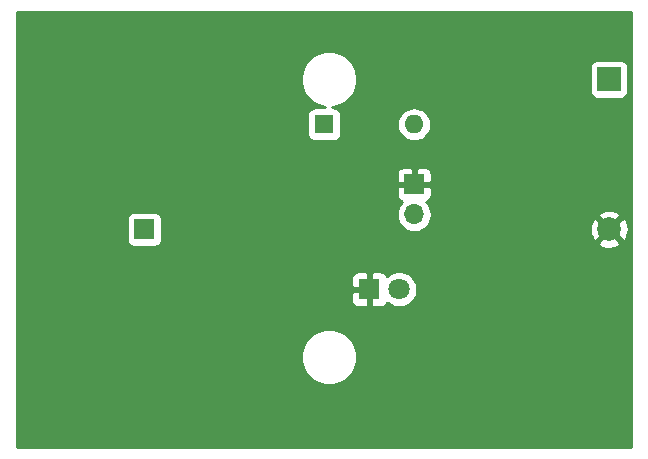
<source format=gbl>
G04 #@! TF.GenerationSoftware,KiCad,Pcbnew,(5.0.2)-1*
G04 #@! TF.CreationDate,2019-06-19T11:59:55+10:00*
G04 #@! TF.ProjectId,C-Beeper,432d4265-6570-4657-922e-6b696361645f,rev?*
G04 #@! TF.SameCoordinates,Original*
G04 #@! TF.FileFunction,Copper,L2,Bot*
G04 #@! TF.FilePolarity,Positive*
%FSLAX46Y46*%
G04 Gerber Fmt 4.6, Leading zero omitted, Abs format (unit mm)*
G04 Created by KiCad (PCBNEW (5.0.2)-1) date 19/06/2019 11:59:55 AM*
%MOMM*%
%LPD*%
G01*
G04 APERTURE LIST*
G04 #@! TA.AperFunction,ComponentPad*
%ADD10R,2.000000X2.000000*%
G04 #@! TD*
G04 #@! TA.AperFunction,ComponentPad*
%ADD11C,2.000000*%
G04 #@! TD*
G04 #@! TA.AperFunction,ComponentPad*
%ADD12R,1.600000X1.600000*%
G04 #@! TD*
G04 #@! TA.AperFunction,ComponentPad*
%ADD13O,1.600000X1.600000*%
G04 #@! TD*
G04 #@! TA.AperFunction,ComponentPad*
%ADD14R,1.800000X1.800000*%
G04 #@! TD*
G04 #@! TA.AperFunction,ComponentPad*
%ADD15C,1.800000*%
G04 #@! TD*
G04 #@! TA.AperFunction,ComponentPad*
%ADD16R,1.700000X1.700000*%
G04 #@! TD*
G04 #@! TA.AperFunction,ComponentPad*
%ADD17O,1.700000X1.700000*%
G04 #@! TD*
G04 #@! TA.AperFunction,ViaPad*
%ADD18C,0.800000*%
G04 #@! TD*
G04 #@! TA.AperFunction,Conductor*
%ADD19C,0.254000*%
G04 #@! TD*
G04 APERTURE END LIST*
D10*
G04 #@! TO.P,BT1,1*
G04 #@! TO.N,VCC*
X193040000Y-77470000D03*
D11*
G04 #@! TO.P,BT1,2*
G04 #@! TO.N,GND*
X193040000Y-90170000D03*
G04 #@! TD*
D12*
G04 #@! TO.P,D1,1*
G04 #@! TO.N,Net-(D1-Pad1)*
X168910000Y-81280000D03*
D13*
G04 #@! TO.P,D1,2*
G04 #@! TO.N,Net-(D1-Pad2)*
X176530000Y-81280000D03*
G04 #@! TD*
D14*
G04 #@! TO.P,D2,1*
G04 #@! TO.N,GND*
X172720000Y-95250000D03*
D15*
G04 #@! TO.P,D2,2*
G04 #@! TO.N,Net-(D2-Pad2)*
X175260000Y-95250000D03*
G04 #@! TD*
D16*
G04 #@! TO.P,J1,1*
G04 #@! TO.N,Net-(J1-Pad1)*
X153670000Y-90170000D03*
G04 #@! TD*
G04 #@! TO.P,LS1,1*
G04 #@! TO.N,GND*
X176530000Y-86360000D03*
D17*
G04 #@! TO.P,LS1,2*
G04 #@! TO.N,Net-(LS1-Pad2)*
X176530000Y-88900000D03*
G04 #@! TD*
D18*
G04 #@! TO.N,GND*
X147220000Y-104440000D03*
X157380000Y-104440000D03*
X167540000Y-104440000D03*
X177700000Y-104440000D03*
X187860000Y-104440000D03*
X192940000Y-99360000D03*
X182780000Y-99360000D03*
X172620000Y-99360000D03*
X162460000Y-99360000D03*
X152300000Y-99360000D03*
X147220000Y-94280000D03*
X157380000Y-94280000D03*
X187860000Y-94280000D03*
X187860000Y-73960000D03*
X177700000Y-84120000D03*
X172620000Y-79040000D03*
X167540000Y-73960000D03*
X177700000Y-73960000D03*
X157380000Y-73960000D03*
X147220000Y-73960000D03*
X152300000Y-79040000D03*
X162460000Y-79040000D03*
X182780000Y-79040000D03*
X157380000Y-84120000D03*
X147220000Y-84120000D03*
G04 #@! TD*
D19*
G04 #@! TO.N,GND*
G36*
X194920000Y-108560000D02*
X142900000Y-108560000D01*
X142900000Y-100730098D01*
X166931400Y-100730098D01*
X166931400Y-101199902D01*
X167023054Y-101660679D01*
X167202840Y-102094721D01*
X167463850Y-102485349D01*
X167796051Y-102817550D01*
X168186679Y-103078560D01*
X168620721Y-103258346D01*
X169081498Y-103350000D01*
X169551302Y-103350000D01*
X170012079Y-103258346D01*
X170446121Y-103078560D01*
X170836749Y-102817550D01*
X171168950Y-102485349D01*
X171429960Y-102094721D01*
X171609746Y-101660679D01*
X171701400Y-101199902D01*
X171701400Y-100730098D01*
X171609746Y-100269321D01*
X171429960Y-99835279D01*
X171168950Y-99444651D01*
X170836749Y-99112450D01*
X170446121Y-98851440D01*
X170012079Y-98671654D01*
X169551302Y-98580000D01*
X169081498Y-98580000D01*
X168620721Y-98671654D01*
X168186679Y-98851440D01*
X167796051Y-99112450D01*
X167463850Y-99444651D01*
X167202840Y-99835279D01*
X167023054Y-100269321D01*
X166931400Y-100730098D01*
X142900000Y-100730098D01*
X142900000Y-95535750D01*
X171185000Y-95535750D01*
X171185000Y-96212542D01*
X171209403Y-96335223D01*
X171257270Y-96450785D01*
X171326763Y-96554789D01*
X171415211Y-96643237D01*
X171519215Y-96712730D01*
X171634777Y-96760597D01*
X171757458Y-96785000D01*
X172434250Y-96785000D01*
X172593000Y-96626250D01*
X172593000Y-95377000D01*
X171343750Y-95377000D01*
X171185000Y-95535750D01*
X142900000Y-95535750D01*
X142900000Y-94287458D01*
X171185000Y-94287458D01*
X171185000Y-94964250D01*
X171343750Y-95123000D01*
X172593000Y-95123000D01*
X172593000Y-93873750D01*
X172847000Y-93873750D01*
X172847000Y-95123000D01*
X172867000Y-95123000D01*
X172867000Y-95377000D01*
X172847000Y-95377000D01*
X172847000Y-96626250D01*
X173005750Y-96785000D01*
X173682542Y-96785000D01*
X173805223Y-96760597D01*
X173920785Y-96712730D01*
X174024789Y-96643237D01*
X174113237Y-96554789D01*
X174182730Y-96450785D01*
X174214139Y-96374956D01*
X174281495Y-96442312D01*
X174532905Y-96610299D01*
X174812257Y-96726011D01*
X175108816Y-96785000D01*
X175411184Y-96785000D01*
X175707743Y-96726011D01*
X175987095Y-96610299D01*
X176238505Y-96442312D01*
X176452312Y-96228505D01*
X176620299Y-95977095D01*
X176736011Y-95697743D01*
X176795000Y-95401184D01*
X176795000Y-95098816D01*
X176736011Y-94802257D01*
X176620299Y-94522905D01*
X176452312Y-94271495D01*
X176238505Y-94057688D01*
X175987095Y-93889701D01*
X175707743Y-93773989D01*
X175411184Y-93715000D01*
X175108816Y-93715000D01*
X174812257Y-93773989D01*
X174532905Y-93889701D01*
X174281495Y-94057688D01*
X174214139Y-94125044D01*
X174182730Y-94049215D01*
X174113237Y-93945211D01*
X174024789Y-93856763D01*
X173920785Y-93787270D01*
X173805223Y-93739403D01*
X173682542Y-93715000D01*
X173005750Y-93715000D01*
X172847000Y-93873750D01*
X172593000Y-93873750D01*
X172434250Y-93715000D01*
X171757458Y-93715000D01*
X171634777Y-93739403D01*
X171519215Y-93787270D01*
X171415211Y-93856763D01*
X171326763Y-93945211D01*
X171257270Y-94049215D01*
X171209403Y-94164777D01*
X171185000Y-94287458D01*
X142900000Y-94287458D01*
X142900000Y-89320000D01*
X152181928Y-89320000D01*
X152181928Y-91020000D01*
X152194188Y-91144482D01*
X152230498Y-91264180D01*
X152289463Y-91374494D01*
X152368815Y-91471185D01*
X152465506Y-91550537D01*
X152575820Y-91609502D01*
X152695518Y-91645812D01*
X152820000Y-91658072D01*
X154520000Y-91658072D01*
X154644482Y-91645812D01*
X154764180Y-91609502D01*
X154874494Y-91550537D01*
X154971185Y-91471185D01*
X155050537Y-91374494D01*
X155087462Y-91305413D01*
X192084192Y-91305413D01*
X192179956Y-91569814D01*
X192469571Y-91710704D01*
X192781108Y-91792384D01*
X193102595Y-91811718D01*
X193421675Y-91767961D01*
X193726088Y-91662795D01*
X193900044Y-91569814D01*
X193995808Y-91305413D01*
X193040000Y-90349605D01*
X192084192Y-91305413D01*
X155087462Y-91305413D01*
X155109502Y-91264180D01*
X155145812Y-91144482D01*
X155158072Y-91020000D01*
X155158072Y-89320000D01*
X155145812Y-89195518D01*
X155109502Y-89075820D01*
X155050537Y-88965506D01*
X154996778Y-88900000D01*
X175037815Y-88900000D01*
X175066487Y-89191111D01*
X175151401Y-89471034D01*
X175289294Y-89729014D01*
X175474866Y-89955134D01*
X175700986Y-90140706D01*
X175958966Y-90278599D01*
X176238889Y-90363513D01*
X176457050Y-90385000D01*
X176602950Y-90385000D01*
X176821111Y-90363513D01*
X177101034Y-90278599D01*
X177187101Y-90232595D01*
X191398282Y-90232595D01*
X191442039Y-90551675D01*
X191547205Y-90856088D01*
X191640186Y-91030044D01*
X191904587Y-91125808D01*
X192860395Y-90170000D01*
X193219605Y-90170000D01*
X194175413Y-91125808D01*
X194439814Y-91030044D01*
X194580704Y-90740429D01*
X194662384Y-90428892D01*
X194681718Y-90107405D01*
X194637961Y-89788325D01*
X194532795Y-89483912D01*
X194439814Y-89309956D01*
X194175413Y-89214192D01*
X193219605Y-90170000D01*
X192860395Y-90170000D01*
X191904587Y-89214192D01*
X191640186Y-89309956D01*
X191499296Y-89599571D01*
X191417616Y-89911108D01*
X191398282Y-90232595D01*
X177187101Y-90232595D01*
X177359014Y-90140706D01*
X177585134Y-89955134D01*
X177770706Y-89729014D01*
X177908599Y-89471034D01*
X177993513Y-89191111D01*
X178008929Y-89034587D01*
X192084192Y-89034587D01*
X193040000Y-89990395D01*
X193995808Y-89034587D01*
X193900044Y-88770186D01*
X193610429Y-88629296D01*
X193298892Y-88547616D01*
X192977405Y-88528282D01*
X192658325Y-88572039D01*
X192353912Y-88677205D01*
X192179956Y-88770186D01*
X192084192Y-89034587D01*
X178008929Y-89034587D01*
X178022185Y-88900000D01*
X177993513Y-88608889D01*
X177908599Y-88328966D01*
X177770706Y-88070986D01*
X177585134Y-87844866D01*
X177557447Y-87822144D01*
X177565223Y-87820597D01*
X177680785Y-87772730D01*
X177784789Y-87703237D01*
X177873237Y-87614789D01*
X177942730Y-87510785D01*
X177990597Y-87395223D01*
X178015000Y-87272542D01*
X178015000Y-86645750D01*
X177856250Y-86487000D01*
X176657000Y-86487000D01*
X176657000Y-86507000D01*
X176403000Y-86507000D01*
X176403000Y-86487000D01*
X175203750Y-86487000D01*
X175045000Y-86645750D01*
X175045000Y-87272542D01*
X175069403Y-87395223D01*
X175117270Y-87510785D01*
X175186763Y-87614789D01*
X175275211Y-87703237D01*
X175379215Y-87772730D01*
X175494777Y-87820597D01*
X175502553Y-87822144D01*
X175474866Y-87844866D01*
X175289294Y-88070986D01*
X175151401Y-88328966D01*
X175066487Y-88608889D01*
X175037815Y-88900000D01*
X154996778Y-88900000D01*
X154971185Y-88868815D01*
X154874494Y-88789463D01*
X154764180Y-88730498D01*
X154644482Y-88694188D01*
X154520000Y-88681928D01*
X152820000Y-88681928D01*
X152695518Y-88694188D01*
X152575820Y-88730498D01*
X152465506Y-88789463D01*
X152368815Y-88868815D01*
X152289463Y-88965506D01*
X152230498Y-89075820D01*
X152194188Y-89195518D01*
X152181928Y-89320000D01*
X142900000Y-89320000D01*
X142900000Y-85447458D01*
X175045000Y-85447458D01*
X175045000Y-86074250D01*
X175203750Y-86233000D01*
X176403000Y-86233000D01*
X176403000Y-85033750D01*
X176657000Y-85033750D01*
X176657000Y-86233000D01*
X177856250Y-86233000D01*
X178015000Y-86074250D01*
X178015000Y-85447458D01*
X177990597Y-85324777D01*
X177942730Y-85209215D01*
X177873237Y-85105211D01*
X177784789Y-85016763D01*
X177680785Y-84947270D01*
X177565223Y-84899403D01*
X177442542Y-84875000D01*
X176815750Y-84875000D01*
X176657000Y-85033750D01*
X176403000Y-85033750D01*
X176244250Y-84875000D01*
X175617458Y-84875000D01*
X175494777Y-84899403D01*
X175379215Y-84947270D01*
X175275211Y-85016763D01*
X175186763Y-85105211D01*
X175117270Y-85209215D01*
X175069403Y-85324777D01*
X175045000Y-85447458D01*
X142900000Y-85447458D01*
X142900000Y-77235098D01*
X166931400Y-77235098D01*
X166931400Y-77704902D01*
X167023054Y-78165679D01*
X167202840Y-78599721D01*
X167463850Y-78990349D01*
X167796051Y-79322550D01*
X168186679Y-79583560D01*
X168620721Y-79763346D01*
X169015780Y-79841928D01*
X168110000Y-79841928D01*
X167985518Y-79854188D01*
X167865820Y-79890498D01*
X167755506Y-79949463D01*
X167658815Y-80028815D01*
X167579463Y-80125506D01*
X167520498Y-80235820D01*
X167484188Y-80355518D01*
X167471928Y-80480000D01*
X167471928Y-82080000D01*
X167484188Y-82204482D01*
X167520498Y-82324180D01*
X167579463Y-82434494D01*
X167658815Y-82531185D01*
X167755506Y-82610537D01*
X167865820Y-82669502D01*
X167985518Y-82705812D01*
X168110000Y-82718072D01*
X169710000Y-82718072D01*
X169834482Y-82705812D01*
X169954180Y-82669502D01*
X170064494Y-82610537D01*
X170161185Y-82531185D01*
X170240537Y-82434494D01*
X170299502Y-82324180D01*
X170335812Y-82204482D01*
X170348072Y-82080000D01*
X170348072Y-81280000D01*
X175088057Y-81280000D01*
X175115764Y-81561309D01*
X175197818Y-81831808D01*
X175331068Y-82081101D01*
X175510392Y-82299608D01*
X175728899Y-82478932D01*
X175978192Y-82612182D01*
X176248691Y-82694236D01*
X176459508Y-82715000D01*
X176600492Y-82715000D01*
X176811309Y-82694236D01*
X177081808Y-82612182D01*
X177331101Y-82478932D01*
X177549608Y-82299608D01*
X177728932Y-82081101D01*
X177862182Y-81831808D01*
X177944236Y-81561309D01*
X177971943Y-81280000D01*
X177944236Y-80998691D01*
X177862182Y-80728192D01*
X177728932Y-80478899D01*
X177549608Y-80260392D01*
X177331101Y-80081068D01*
X177081808Y-79947818D01*
X176811309Y-79865764D01*
X176600492Y-79845000D01*
X176459508Y-79845000D01*
X176248691Y-79865764D01*
X175978192Y-79947818D01*
X175728899Y-80081068D01*
X175510392Y-80260392D01*
X175331068Y-80478899D01*
X175197818Y-80728192D01*
X175115764Y-80998691D01*
X175088057Y-81280000D01*
X170348072Y-81280000D01*
X170348072Y-80480000D01*
X170335812Y-80355518D01*
X170299502Y-80235820D01*
X170240537Y-80125506D01*
X170161185Y-80028815D01*
X170064494Y-79949463D01*
X169954180Y-79890498D01*
X169834482Y-79854188D01*
X169710000Y-79841928D01*
X169617020Y-79841928D01*
X170012079Y-79763346D01*
X170446121Y-79583560D01*
X170836749Y-79322550D01*
X171168950Y-78990349D01*
X171429960Y-78599721D01*
X171609746Y-78165679D01*
X171701400Y-77704902D01*
X171701400Y-77235098D01*
X171609746Y-76774321D01*
X171483693Y-76470000D01*
X191401928Y-76470000D01*
X191401928Y-78470000D01*
X191414188Y-78594482D01*
X191450498Y-78714180D01*
X191509463Y-78824494D01*
X191588815Y-78921185D01*
X191685506Y-79000537D01*
X191795820Y-79059502D01*
X191915518Y-79095812D01*
X192040000Y-79108072D01*
X194040000Y-79108072D01*
X194164482Y-79095812D01*
X194284180Y-79059502D01*
X194394494Y-79000537D01*
X194491185Y-78921185D01*
X194570537Y-78824494D01*
X194629502Y-78714180D01*
X194665812Y-78594482D01*
X194678072Y-78470000D01*
X194678072Y-76470000D01*
X194665812Y-76345518D01*
X194629502Y-76225820D01*
X194570537Y-76115506D01*
X194491185Y-76018815D01*
X194394494Y-75939463D01*
X194284180Y-75880498D01*
X194164482Y-75844188D01*
X194040000Y-75831928D01*
X192040000Y-75831928D01*
X191915518Y-75844188D01*
X191795820Y-75880498D01*
X191685506Y-75939463D01*
X191588815Y-76018815D01*
X191509463Y-76115506D01*
X191450498Y-76225820D01*
X191414188Y-76345518D01*
X191401928Y-76470000D01*
X171483693Y-76470000D01*
X171429960Y-76340279D01*
X171168950Y-75949651D01*
X170836749Y-75617450D01*
X170446121Y-75356440D01*
X170012079Y-75176654D01*
X169551302Y-75085000D01*
X169081498Y-75085000D01*
X168620721Y-75176654D01*
X168186679Y-75356440D01*
X167796051Y-75617450D01*
X167463850Y-75949651D01*
X167202840Y-76340279D01*
X167023054Y-76774321D01*
X166931400Y-77235098D01*
X142900000Y-77235098D01*
X142900000Y-71780000D01*
X194920001Y-71780000D01*
X194920000Y-108560000D01*
X194920000Y-108560000D01*
G37*
X194920000Y-108560000D02*
X142900000Y-108560000D01*
X142900000Y-100730098D01*
X166931400Y-100730098D01*
X166931400Y-101199902D01*
X167023054Y-101660679D01*
X167202840Y-102094721D01*
X167463850Y-102485349D01*
X167796051Y-102817550D01*
X168186679Y-103078560D01*
X168620721Y-103258346D01*
X169081498Y-103350000D01*
X169551302Y-103350000D01*
X170012079Y-103258346D01*
X170446121Y-103078560D01*
X170836749Y-102817550D01*
X171168950Y-102485349D01*
X171429960Y-102094721D01*
X171609746Y-101660679D01*
X171701400Y-101199902D01*
X171701400Y-100730098D01*
X171609746Y-100269321D01*
X171429960Y-99835279D01*
X171168950Y-99444651D01*
X170836749Y-99112450D01*
X170446121Y-98851440D01*
X170012079Y-98671654D01*
X169551302Y-98580000D01*
X169081498Y-98580000D01*
X168620721Y-98671654D01*
X168186679Y-98851440D01*
X167796051Y-99112450D01*
X167463850Y-99444651D01*
X167202840Y-99835279D01*
X167023054Y-100269321D01*
X166931400Y-100730098D01*
X142900000Y-100730098D01*
X142900000Y-95535750D01*
X171185000Y-95535750D01*
X171185000Y-96212542D01*
X171209403Y-96335223D01*
X171257270Y-96450785D01*
X171326763Y-96554789D01*
X171415211Y-96643237D01*
X171519215Y-96712730D01*
X171634777Y-96760597D01*
X171757458Y-96785000D01*
X172434250Y-96785000D01*
X172593000Y-96626250D01*
X172593000Y-95377000D01*
X171343750Y-95377000D01*
X171185000Y-95535750D01*
X142900000Y-95535750D01*
X142900000Y-94287458D01*
X171185000Y-94287458D01*
X171185000Y-94964250D01*
X171343750Y-95123000D01*
X172593000Y-95123000D01*
X172593000Y-93873750D01*
X172847000Y-93873750D01*
X172847000Y-95123000D01*
X172867000Y-95123000D01*
X172867000Y-95377000D01*
X172847000Y-95377000D01*
X172847000Y-96626250D01*
X173005750Y-96785000D01*
X173682542Y-96785000D01*
X173805223Y-96760597D01*
X173920785Y-96712730D01*
X174024789Y-96643237D01*
X174113237Y-96554789D01*
X174182730Y-96450785D01*
X174214139Y-96374956D01*
X174281495Y-96442312D01*
X174532905Y-96610299D01*
X174812257Y-96726011D01*
X175108816Y-96785000D01*
X175411184Y-96785000D01*
X175707743Y-96726011D01*
X175987095Y-96610299D01*
X176238505Y-96442312D01*
X176452312Y-96228505D01*
X176620299Y-95977095D01*
X176736011Y-95697743D01*
X176795000Y-95401184D01*
X176795000Y-95098816D01*
X176736011Y-94802257D01*
X176620299Y-94522905D01*
X176452312Y-94271495D01*
X176238505Y-94057688D01*
X175987095Y-93889701D01*
X175707743Y-93773989D01*
X175411184Y-93715000D01*
X175108816Y-93715000D01*
X174812257Y-93773989D01*
X174532905Y-93889701D01*
X174281495Y-94057688D01*
X174214139Y-94125044D01*
X174182730Y-94049215D01*
X174113237Y-93945211D01*
X174024789Y-93856763D01*
X173920785Y-93787270D01*
X173805223Y-93739403D01*
X173682542Y-93715000D01*
X173005750Y-93715000D01*
X172847000Y-93873750D01*
X172593000Y-93873750D01*
X172434250Y-93715000D01*
X171757458Y-93715000D01*
X171634777Y-93739403D01*
X171519215Y-93787270D01*
X171415211Y-93856763D01*
X171326763Y-93945211D01*
X171257270Y-94049215D01*
X171209403Y-94164777D01*
X171185000Y-94287458D01*
X142900000Y-94287458D01*
X142900000Y-89320000D01*
X152181928Y-89320000D01*
X152181928Y-91020000D01*
X152194188Y-91144482D01*
X152230498Y-91264180D01*
X152289463Y-91374494D01*
X152368815Y-91471185D01*
X152465506Y-91550537D01*
X152575820Y-91609502D01*
X152695518Y-91645812D01*
X152820000Y-91658072D01*
X154520000Y-91658072D01*
X154644482Y-91645812D01*
X154764180Y-91609502D01*
X154874494Y-91550537D01*
X154971185Y-91471185D01*
X155050537Y-91374494D01*
X155087462Y-91305413D01*
X192084192Y-91305413D01*
X192179956Y-91569814D01*
X192469571Y-91710704D01*
X192781108Y-91792384D01*
X193102595Y-91811718D01*
X193421675Y-91767961D01*
X193726088Y-91662795D01*
X193900044Y-91569814D01*
X193995808Y-91305413D01*
X193040000Y-90349605D01*
X192084192Y-91305413D01*
X155087462Y-91305413D01*
X155109502Y-91264180D01*
X155145812Y-91144482D01*
X155158072Y-91020000D01*
X155158072Y-89320000D01*
X155145812Y-89195518D01*
X155109502Y-89075820D01*
X155050537Y-88965506D01*
X154996778Y-88900000D01*
X175037815Y-88900000D01*
X175066487Y-89191111D01*
X175151401Y-89471034D01*
X175289294Y-89729014D01*
X175474866Y-89955134D01*
X175700986Y-90140706D01*
X175958966Y-90278599D01*
X176238889Y-90363513D01*
X176457050Y-90385000D01*
X176602950Y-90385000D01*
X176821111Y-90363513D01*
X177101034Y-90278599D01*
X177187101Y-90232595D01*
X191398282Y-90232595D01*
X191442039Y-90551675D01*
X191547205Y-90856088D01*
X191640186Y-91030044D01*
X191904587Y-91125808D01*
X192860395Y-90170000D01*
X193219605Y-90170000D01*
X194175413Y-91125808D01*
X194439814Y-91030044D01*
X194580704Y-90740429D01*
X194662384Y-90428892D01*
X194681718Y-90107405D01*
X194637961Y-89788325D01*
X194532795Y-89483912D01*
X194439814Y-89309956D01*
X194175413Y-89214192D01*
X193219605Y-90170000D01*
X192860395Y-90170000D01*
X191904587Y-89214192D01*
X191640186Y-89309956D01*
X191499296Y-89599571D01*
X191417616Y-89911108D01*
X191398282Y-90232595D01*
X177187101Y-90232595D01*
X177359014Y-90140706D01*
X177585134Y-89955134D01*
X177770706Y-89729014D01*
X177908599Y-89471034D01*
X177993513Y-89191111D01*
X178008929Y-89034587D01*
X192084192Y-89034587D01*
X193040000Y-89990395D01*
X193995808Y-89034587D01*
X193900044Y-88770186D01*
X193610429Y-88629296D01*
X193298892Y-88547616D01*
X192977405Y-88528282D01*
X192658325Y-88572039D01*
X192353912Y-88677205D01*
X192179956Y-88770186D01*
X192084192Y-89034587D01*
X178008929Y-89034587D01*
X178022185Y-88900000D01*
X177993513Y-88608889D01*
X177908599Y-88328966D01*
X177770706Y-88070986D01*
X177585134Y-87844866D01*
X177557447Y-87822144D01*
X177565223Y-87820597D01*
X177680785Y-87772730D01*
X177784789Y-87703237D01*
X177873237Y-87614789D01*
X177942730Y-87510785D01*
X177990597Y-87395223D01*
X178015000Y-87272542D01*
X178015000Y-86645750D01*
X177856250Y-86487000D01*
X176657000Y-86487000D01*
X176657000Y-86507000D01*
X176403000Y-86507000D01*
X176403000Y-86487000D01*
X175203750Y-86487000D01*
X175045000Y-86645750D01*
X175045000Y-87272542D01*
X175069403Y-87395223D01*
X175117270Y-87510785D01*
X175186763Y-87614789D01*
X175275211Y-87703237D01*
X175379215Y-87772730D01*
X175494777Y-87820597D01*
X175502553Y-87822144D01*
X175474866Y-87844866D01*
X175289294Y-88070986D01*
X175151401Y-88328966D01*
X175066487Y-88608889D01*
X175037815Y-88900000D01*
X154996778Y-88900000D01*
X154971185Y-88868815D01*
X154874494Y-88789463D01*
X154764180Y-88730498D01*
X154644482Y-88694188D01*
X154520000Y-88681928D01*
X152820000Y-88681928D01*
X152695518Y-88694188D01*
X152575820Y-88730498D01*
X152465506Y-88789463D01*
X152368815Y-88868815D01*
X152289463Y-88965506D01*
X152230498Y-89075820D01*
X152194188Y-89195518D01*
X152181928Y-89320000D01*
X142900000Y-89320000D01*
X142900000Y-85447458D01*
X175045000Y-85447458D01*
X175045000Y-86074250D01*
X175203750Y-86233000D01*
X176403000Y-86233000D01*
X176403000Y-85033750D01*
X176657000Y-85033750D01*
X176657000Y-86233000D01*
X177856250Y-86233000D01*
X178015000Y-86074250D01*
X178015000Y-85447458D01*
X177990597Y-85324777D01*
X177942730Y-85209215D01*
X177873237Y-85105211D01*
X177784789Y-85016763D01*
X177680785Y-84947270D01*
X177565223Y-84899403D01*
X177442542Y-84875000D01*
X176815750Y-84875000D01*
X176657000Y-85033750D01*
X176403000Y-85033750D01*
X176244250Y-84875000D01*
X175617458Y-84875000D01*
X175494777Y-84899403D01*
X175379215Y-84947270D01*
X175275211Y-85016763D01*
X175186763Y-85105211D01*
X175117270Y-85209215D01*
X175069403Y-85324777D01*
X175045000Y-85447458D01*
X142900000Y-85447458D01*
X142900000Y-77235098D01*
X166931400Y-77235098D01*
X166931400Y-77704902D01*
X167023054Y-78165679D01*
X167202840Y-78599721D01*
X167463850Y-78990349D01*
X167796051Y-79322550D01*
X168186679Y-79583560D01*
X168620721Y-79763346D01*
X169015780Y-79841928D01*
X168110000Y-79841928D01*
X167985518Y-79854188D01*
X167865820Y-79890498D01*
X167755506Y-79949463D01*
X167658815Y-80028815D01*
X167579463Y-80125506D01*
X167520498Y-80235820D01*
X167484188Y-80355518D01*
X167471928Y-80480000D01*
X167471928Y-82080000D01*
X167484188Y-82204482D01*
X167520498Y-82324180D01*
X167579463Y-82434494D01*
X167658815Y-82531185D01*
X167755506Y-82610537D01*
X167865820Y-82669502D01*
X167985518Y-82705812D01*
X168110000Y-82718072D01*
X169710000Y-82718072D01*
X169834482Y-82705812D01*
X169954180Y-82669502D01*
X170064494Y-82610537D01*
X170161185Y-82531185D01*
X170240537Y-82434494D01*
X170299502Y-82324180D01*
X170335812Y-82204482D01*
X170348072Y-82080000D01*
X170348072Y-81280000D01*
X175088057Y-81280000D01*
X175115764Y-81561309D01*
X175197818Y-81831808D01*
X175331068Y-82081101D01*
X175510392Y-82299608D01*
X175728899Y-82478932D01*
X175978192Y-82612182D01*
X176248691Y-82694236D01*
X176459508Y-82715000D01*
X176600492Y-82715000D01*
X176811309Y-82694236D01*
X177081808Y-82612182D01*
X177331101Y-82478932D01*
X177549608Y-82299608D01*
X177728932Y-82081101D01*
X177862182Y-81831808D01*
X177944236Y-81561309D01*
X177971943Y-81280000D01*
X177944236Y-80998691D01*
X177862182Y-80728192D01*
X177728932Y-80478899D01*
X177549608Y-80260392D01*
X177331101Y-80081068D01*
X177081808Y-79947818D01*
X176811309Y-79865764D01*
X176600492Y-79845000D01*
X176459508Y-79845000D01*
X176248691Y-79865764D01*
X175978192Y-79947818D01*
X175728899Y-80081068D01*
X175510392Y-80260392D01*
X175331068Y-80478899D01*
X175197818Y-80728192D01*
X175115764Y-80998691D01*
X175088057Y-81280000D01*
X170348072Y-81280000D01*
X170348072Y-80480000D01*
X170335812Y-80355518D01*
X170299502Y-80235820D01*
X170240537Y-80125506D01*
X170161185Y-80028815D01*
X170064494Y-79949463D01*
X169954180Y-79890498D01*
X169834482Y-79854188D01*
X169710000Y-79841928D01*
X169617020Y-79841928D01*
X170012079Y-79763346D01*
X170446121Y-79583560D01*
X170836749Y-79322550D01*
X171168950Y-78990349D01*
X171429960Y-78599721D01*
X171609746Y-78165679D01*
X171701400Y-77704902D01*
X171701400Y-77235098D01*
X171609746Y-76774321D01*
X171483693Y-76470000D01*
X191401928Y-76470000D01*
X191401928Y-78470000D01*
X191414188Y-78594482D01*
X191450498Y-78714180D01*
X191509463Y-78824494D01*
X191588815Y-78921185D01*
X191685506Y-79000537D01*
X191795820Y-79059502D01*
X191915518Y-79095812D01*
X192040000Y-79108072D01*
X194040000Y-79108072D01*
X194164482Y-79095812D01*
X194284180Y-79059502D01*
X194394494Y-79000537D01*
X194491185Y-78921185D01*
X194570537Y-78824494D01*
X194629502Y-78714180D01*
X194665812Y-78594482D01*
X194678072Y-78470000D01*
X194678072Y-76470000D01*
X194665812Y-76345518D01*
X194629502Y-76225820D01*
X194570537Y-76115506D01*
X194491185Y-76018815D01*
X194394494Y-75939463D01*
X194284180Y-75880498D01*
X194164482Y-75844188D01*
X194040000Y-75831928D01*
X192040000Y-75831928D01*
X191915518Y-75844188D01*
X191795820Y-75880498D01*
X191685506Y-75939463D01*
X191588815Y-76018815D01*
X191509463Y-76115506D01*
X191450498Y-76225820D01*
X191414188Y-76345518D01*
X191401928Y-76470000D01*
X171483693Y-76470000D01*
X171429960Y-76340279D01*
X171168950Y-75949651D01*
X170836749Y-75617450D01*
X170446121Y-75356440D01*
X170012079Y-75176654D01*
X169551302Y-75085000D01*
X169081498Y-75085000D01*
X168620721Y-75176654D01*
X168186679Y-75356440D01*
X167796051Y-75617450D01*
X167463850Y-75949651D01*
X167202840Y-76340279D01*
X167023054Y-76774321D01*
X166931400Y-77235098D01*
X142900000Y-77235098D01*
X142900000Y-71780000D01*
X194920001Y-71780000D01*
X194920000Y-108560000D01*
G04 #@! TD*
M02*

</source>
